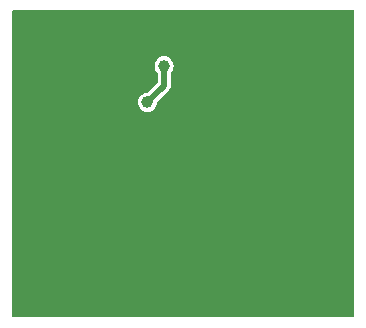
<source format=gbr>
%TF.GenerationSoftware,KiCad,Pcbnew,8.0.3*%
%TF.CreationDate,2025-04-22T23:10:12+03:00*%
%TF.ProjectId,mihai555,6d696861-6935-4353-952e-6b696361645f,rev?*%
%TF.SameCoordinates,Original*%
%TF.FileFunction,Copper,L2,Bot*%
%TF.FilePolarity,Positive*%
%FSLAX46Y46*%
G04 Gerber Fmt 4.6, Leading zero omitted, Abs format (unit mm)*
G04 Created by KiCad (PCBNEW 8.0.3) date 2025-04-22 23:10:12*
%MOMM*%
%LPD*%
G01*
G04 APERTURE LIST*
%TA.AperFunction,ViaPad*%
%ADD10C,1.000000*%
%TD*%
%TA.AperFunction,Conductor*%
%ADD11C,0.500000*%
%TD*%
G04 APERTURE END LIST*
D10*
%TO.N,+5V*%
X58400000Y-77200000D03*
X57000000Y-80300000D03*
%TO.N,GND*%
X55500000Y-85500000D03*
X63000000Y-87500000D03*
X61500000Y-77400000D03*
X55500000Y-81000000D03*
X66500000Y-89000000D03*
X59000000Y-91800000D03*
X55300000Y-91800000D03*
X62600000Y-80300000D03*
X68700000Y-84000000D03*
%TD*%
D11*
%TO.N,+5V*%
X58400000Y-78900000D02*
X58400000Y-77200000D01*
X57000000Y-80300000D02*
X58400000Y-78900000D01*
%TD*%
%TA.AperFunction,Conductor*%
%TO.N,GND*%
G36*
X74442539Y-72520185D02*
G01*
X74488294Y-72572989D01*
X74499500Y-72624500D01*
X74499500Y-98375500D01*
X74479815Y-98442539D01*
X74427011Y-98488294D01*
X74375500Y-98499500D01*
X45624500Y-98499500D01*
X45557461Y-98479815D01*
X45511706Y-98427011D01*
X45500500Y-98375500D01*
X45500500Y-80299996D01*
X56194435Y-80299996D01*
X56194435Y-80300003D01*
X56214630Y-80479249D01*
X56214631Y-80479254D01*
X56274211Y-80649523D01*
X56370184Y-80802262D01*
X56497738Y-80929816D01*
X56650478Y-81025789D01*
X56820745Y-81085368D01*
X56820750Y-81085369D01*
X56999996Y-81105565D01*
X57000000Y-81105565D01*
X57000004Y-81105565D01*
X57179249Y-81085369D01*
X57179252Y-81085368D01*
X57179255Y-81085368D01*
X57349522Y-81025789D01*
X57502262Y-80929816D01*
X57629816Y-80802262D01*
X57725789Y-80649522D01*
X57785368Y-80479255D01*
X57804140Y-80312640D01*
X57831206Y-80248228D01*
X57839669Y-80238854D01*
X58840510Y-79238015D01*
X58912984Y-79112485D01*
X58950500Y-78972474D01*
X58950500Y-78827526D01*
X58950500Y-77832940D01*
X58970185Y-77765901D01*
X58986819Y-77745259D01*
X59029816Y-77702262D01*
X59125789Y-77549522D01*
X59185368Y-77379255D01*
X59205565Y-77200000D01*
X59185368Y-77020745D01*
X59125789Y-76850478D01*
X59029816Y-76697738D01*
X58902262Y-76570184D01*
X58749523Y-76474211D01*
X58579254Y-76414631D01*
X58579249Y-76414630D01*
X58400004Y-76394435D01*
X58399996Y-76394435D01*
X58220750Y-76414630D01*
X58220745Y-76414631D01*
X58050476Y-76474211D01*
X57897737Y-76570184D01*
X57770184Y-76697737D01*
X57674211Y-76850476D01*
X57614631Y-77020745D01*
X57614630Y-77020750D01*
X57594435Y-77199996D01*
X57594435Y-77200003D01*
X57614630Y-77379249D01*
X57614631Y-77379254D01*
X57674211Y-77549523D01*
X57770184Y-77702262D01*
X57813181Y-77745259D01*
X57846666Y-77806582D01*
X57849500Y-77832940D01*
X57849500Y-78620612D01*
X57829815Y-78687651D01*
X57813181Y-78708293D01*
X57061153Y-79460320D01*
X56999830Y-79493805D01*
X56987356Y-79495859D01*
X56820749Y-79514630D01*
X56820745Y-79514631D01*
X56650476Y-79574211D01*
X56497737Y-79670184D01*
X56370184Y-79797737D01*
X56274211Y-79950476D01*
X56214631Y-80120745D01*
X56214630Y-80120750D01*
X56194435Y-80299996D01*
X45500500Y-80299996D01*
X45500500Y-72624500D01*
X45520185Y-72557461D01*
X45572989Y-72511706D01*
X45624500Y-72500500D01*
X74375500Y-72500500D01*
X74442539Y-72520185D01*
G37*
%TD.AperFunction*%
%TD*%
M02*

</source>
